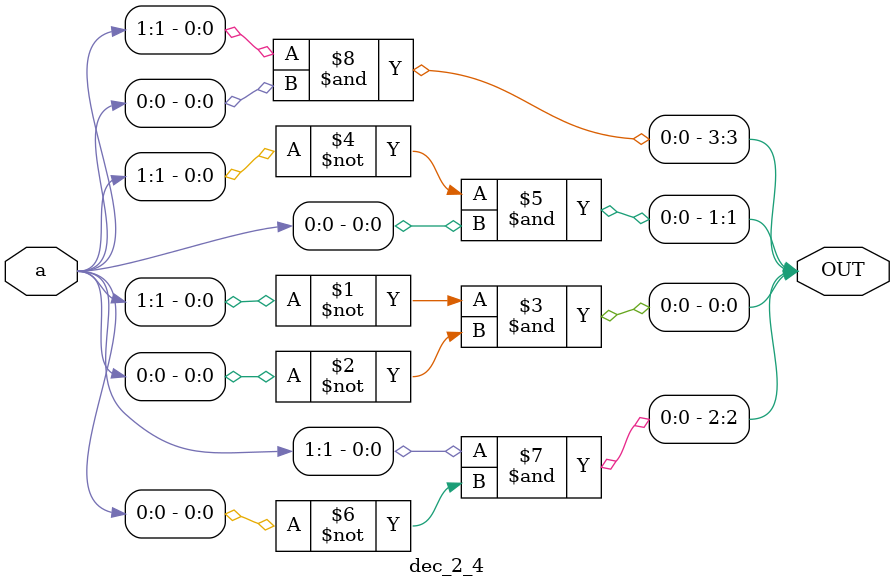
<source format=v>
module dec_2_4(
    input wire[1:0] a,
    output wire[3:0] OUT
    );
    assign OUT[0] = ~a[1] & ~a[0];
    assign OUT[1] = ~a[1] & a[0];
    assign OUT[2] = a[1] & ~a[0];
    assign OUT[3] = a[1] & a[0];
endmodule

</source>
